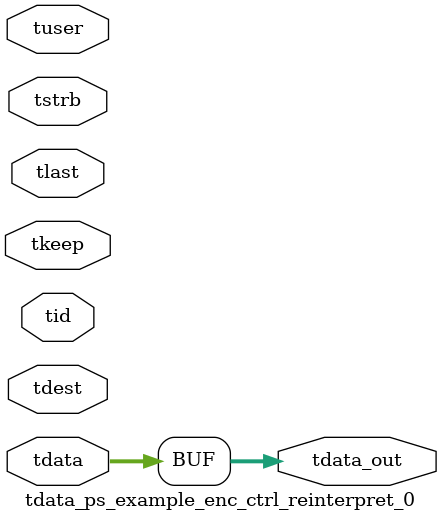
<source format=v>


`timescale 1ps/1ps

module tdata_ps_example_enc_ctrl_reinterpret_0 #
(
parameter C_S_AXIS_TDATA_WIDTH = 32,
parameter C_S_AXIS_TUSER_WIDTH = 0,
parameter C_S_AXIS_TID_WIDTH   = 0,
parameter C_S_AXIS_TDEST_WIDTH = 0,
parameter C_M_AXIS_TDATA_WIDTH = 32
)
(
input  [(C_S_AXIS_TDATA_WIDTH == 0 ? 1 : C_S_AXIS_TDATA_WIDTH)-1:0     ] tdata,
input  [(C_S_AXIS_TUSER_WIDTH == 0 ? 1 : C_S_AXIS_TUSER_WIDTH)-1:0     ] tuser,
input  [(C_S_AXIS_TID_WIDTH   == 0 ? 1 : C_S_AXIS_TID_WIDTH)-1:0       ] tid,
input  [(C_S_AXIS_TDEST_WIDTH == 0 ? 1 : C_S_AXIS_TDEST_WIDTH)-1:0     ] tdest,
input  [(C_S_AXIS_TDATA_WIDTH/8)-1:0 ] tkeep,
input  [(C_S_AXIS_TDATA_WIDTH/8)-1:0 ] tstrb,
input                                                                    tlast,
output [C_M_AXIS_TDATA_WIDTH-1:0] tdata_out
);

assign tdata_out = {tdata[31:0]};

endmodule


</source>
